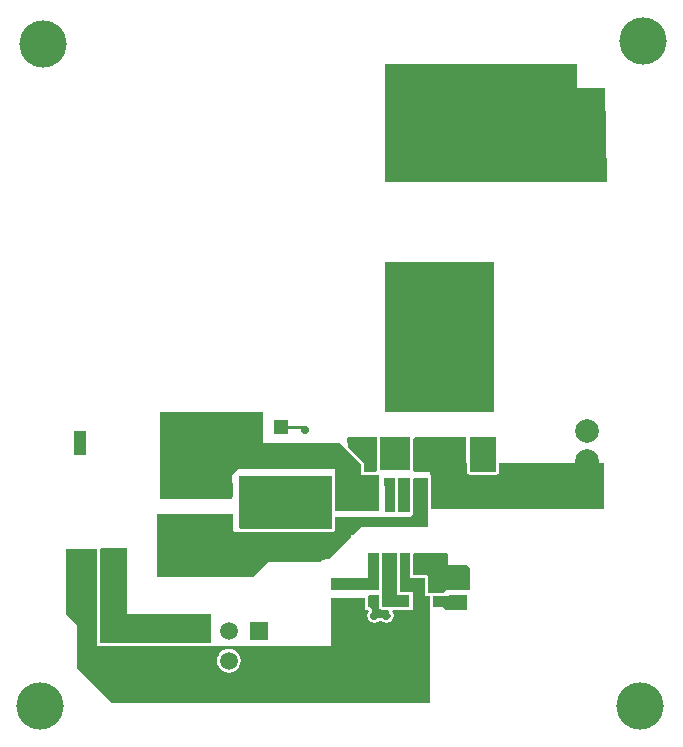
<source format=gtl>
G04*
G04 #@! TF.GenerationSoftware,Altium Limited,Altium Designer,18.0.7 (293)*
G04*
G04 Layer_Physical_Order=1*
G04 Layer_Color=255*
%FSLAX25Y25*%
%MOIN*%
G70*
G01*
G75*
%ADD12C,0.01000*%
%ADD18R,0.07087X0.05118*%
%ADD19R,0.03000X0.03000*%
%ADD20R,0.03543X0.02362*%
%ADD21R,0.02362X0.03543*%
%ADD22R,0.05118X0.07087*%
%ADD23R,0.03937X0.08268*%
%ADD24R,0.04500X0.05000*%
%ADD25R,0.07874X0.05906*%
%ADD26R,0.02362X0.06102*%
%ADD27R,0.03307X0.03898*%
%ADD31R,0.03000X0.03000*%
%ADD32R,0.05000X0.04500*%
%ADD33R,0.31496X0.33465*%
%ADD55R,0.16693X0.03307*%
%ADD56R,0.22874X0.03307*%
%ADD57C,0.07874*%
%ADD58C,0.05906*%
%ADD59R,0.05906X0.05906*%
%ADD60C,0.15748*%
%ADD61C,0.03500*%
%ADD62C,0.02756*%
G36*
X449500Y421500D02*
X459000D01*
X459494Y390356D01*
X459144Y390000D01*
X385500Y390000D01*
X385500Y429500D01*
X449500Y429500D01*
Y421500D01*
D02*
G37*
G36*
X422000Y363500D02*
X422000Y313500D01*
X385500Y313500D01*
X385500Y363500D01*
X422000Y363500D01*
D02*
G37*
G36*
X394000Y294000D02*
X384000Y294000D01*
X384000Y305000D01*
X394000Y305000D01*
X394000Y294000D01*
D02*
G37*
G36*
X382980Y305000D02*
X382980Y294020D01*
X382978Y293998D01*
X382566Y293520D01*
X378520D01*
Y296000D01*
X378442Y296390D01*
X378221Y296721D01*
X373108Y301834D01*
X373012Y304641D01*
X373360Y305000D01*
X382980D01*
X382980Y305000D01*
D02*
G37*
G36*
X422500Y305000D02*
X422500Y293500D01*
X413750Y293500D01*
X413750Y305000D01*
X422500Y305000D01*
D02*
G37*
G36*
X412500Y305000D02*
X412500Y296500D01*
X412730D01*
Y293500D01*
X412808Y293110D01*
X413029Y292779D01*
X413360Y292558D01*
X413750Y292480D01*
X422500Y292480D01*
X422890Y292558D01*
X423221Y292779D01*
X423442Y293110D01*
X423520Y293500D01*
Y296500D01*
X458500D01*
Y281000D01*
X401020Y281000D01*
Y282000D01*
X401020Y291510D01*
X400969Y291763D01*
X400942Y291900D01*
X400877Y292008D01*
X400772Y292181D01*
X400772D01*
X400500Y292576D01*
Y293500D01*
X395424Y293500D01*
D01*
X395287D01*
X395020Y294000D01*
X395020D01*
Y294000D01*
D01*
Y297000D01*
D01*
X395020Y304500D01*
X395520Y305000D01*
X412500Y305000D01*
D02*
G37*
G36*
X345000Y303000D02*
X370500D01*
X377500Y296000D01*
Y292500D01*
X383500D01*
Y287500D01*
Y280500D01*
X376500D01*
D01*
X369020Y280500D01*
Y292000D01*
X369000Y292098D01*
Y294500D01*
X337000D01*
X334500Y292500D01*
Y284500D01*
X310500Y284500D01*
X310500Y309500D01*
Y313500D01*
X345000D01*
Y303000D01*
D02*
G37*
G36*
X394000Y280000D02*
X390020D01*
Y291500D01*
X394000D01*
Y280000D01*
D02*
G37*
G36*
X389000D02*
X385500D01*
Y291500D01*
X389000D01*
Y280000D01*
D02*
G37*
G36*
X368000Y274500D02*
X337500D01*
X337000Y275000D01*
Y292000D01*
X368000D01*
Y274500D01*
D02*
G37*
G36*
X400000Y291510D02*
X400000Y282000D01*
D01*
Y275000D01*
X377500D01*
X374791Y272291D01*
X374319D01*
Y271819D01*
X366980Y264480D01*
X366226Y264406D01*
X365001Y264034D01*
X364001Y263500D01*
X346500Y263500D01*
X341500Y258500D01*
X309500D01*
X309500Y279500D01*
X335000Y279500D01*
Y274000D01*
X335500Y273500D01*
X337402D01*
X337500Y273480D01*
X368000D01*
X368098Y273500D01*
X368500D01*
Y273631D01*
X368721Y273779D01*
X368942Y274110D01*
X369020Y274500D01*
Y278500D01*
X394000Y278500D01*
X395000Y279500D01*
Y279902D01*
X395020Y280000D01*
Y280010D01*
Y291010D01*
X395515Y291510D01*
X400000Y291510D01*
D02*
G37*
G36*
X383500Y254000D02*
X367500D01*
Y258000D01*
X380000D01*
Y266500D01*
X383500D01*
X383500Y254000D01*
D02*
G37*
G36*
X406500Y266000D02*
Y262500D01*
X413000D01*
X414000Y261500D01*
Y254000D01*
X406000D01*
X405000Y253000D01*
X400598D01*
X400500Y253020D01*
X400020D01*
X400020Y258000D01*
X399942Y258390D01*
X399721Y258721D01*
X399390Y258942D01*
X399000Y259020D01*
X395020Y259020D01*
X395020Y266000D01*
X395520Y266500D01*
X406000D01*
X406500Y266000D01*
D02*
G37*
G36*
X389480Y253500D02*
X389500Y253401D01*
Y252500D01*
X390402D01*
X390500Y252480D01*
X393500D01*
X393500Y248520D01*
X388119D01*
X388020Y248500D01*
X384500D01*
Y252500D01*
X384500D01*
Y253500D01*
X384500D01*
Y253902D01*
X384520Y254000D01*
X384520Y266500D01*
X384520Y266500D01*
X389480D01*
Y253500D01*
D02*
G37*
G36*
X413000Y247500D02*
X406000D01*
X405000Y248500D01*
X401520D01*
Y251980D01*
X405000D01*
X405098Y252000D01*
X406500D01*
X407000Y252500D01*
X413000D01*
Y247500D01*
D02*
G37*
G36*
X383480Y252500D02*
Y248500D01*
X383558Y248110D01*
X383779Y247779D01*
X384110Y247558D01*
X384500Y247480D01*
X386433D01*
X386647Y247338D01*
X386842Y247090D01*
X386858Y246946D01*
Y246801D01*
X386879Y246750D01*
X386885Y246694D01*
X386954Y246567D01*
X387010Y246434D01*
X387280Y246030D01*
X387385Y245500D01*
X387280Y244970D01*
X386979Y244521D01*
X386530Y244220D01*
X386000Y244115D01*
X385470Y244220D01*
X384873Y244619D01*
X384816Y244643D01*
X384767Y244681D01*
X384634Y244748D01*
X384596Y244759D01*
X384564Y244781D01*
X384406Y244812D01*
X384251Y244855D01*
X384212Y244851D01*
X384174Y244858D01*
X383826D01*
X383788Y244851D01*
X383749Y244855D01*
X383594Y244812D01*
X383436Y244781D01*
X383404Y244759D01*
X383366Y244749D01*
X383233Y244681D01*
X383184Y244643D01*
X383127Y244619D01*
X382530Y244220D01*
X382000Y244115D01*
X381470Y244220D01*
X381021Y244521D01*
X380720Y244970D01*
X380615Y245500D01*
X380720Y246030D01*
X380990Y246434D01*
X381045Y246567D01*
X381115Y246694D01*
X381121Y246750D01*
X381142Y246801D01*
Y246946D01*
X381158Y247090D01*
X381142Y247143D01*
Y247199D01*
X381087Y247333D01*
X381046Y247471D01*
X380785Y247972D01*
X380689Y248092D01*
X380603Y248221D01*
X380565Y248246D01*
X380536Y248282D01*
X380400Y248356D01*
X380272Y248442D01*
X380227Y248451D01*
X380187Y248473D01*
X380033Y248489D01*
X380020Y248492D01*
X380019Y251500D01*
X379942Y251890D01*
X379869Y252000D01*
X380135Y252500D01*
X383480D01*
X383480Y252500D01*
D02*
G37*
G36*
X299500Y246000D02*
X327500D01*
X327500Y236500D01*
X290500Y236500D01*
Y240742D01*
X290520Y240841D01*
Y246000D01*
D01*
X290520Y267841D01*
X290998Y268000D01*
X299500Y268000D01*
Y246000D01*
D02*
G37*
G36*
X289500Y240841D02*
D01*
X289480Y240742D01*
Y236500D01*
X289500Y236402D01*
Y235500D01*
X290402D01*
X290500Y235480D01*
X327500Y235480D01*
X327599Y235500D01*
X367500Y235500D01*
X367500Y243442D01*
X367500Y251500D01*
X379000Y251500D01*
X379000Y247500D01*
X379882D01*
X380142Y247000D01*
X379760Y246428D01*
X379598Y245614D01*
X379575Y245500D01*
D01*
X379760Y244572D01*
X380286Y243786D01*
X381072Y243260D01*
X382000Y243075D01*
X382928Y243260D01*
X383096Y243373D01*
X383694Y243772D01*
X383731Y243791D01*
X383761Y243806D01*
D01*
X383826Y243839D01*
X384174D01*
X384306Y243772D01*
X385072Y243260D01*
X386000Y243075D01*
X386928Y243260D01*
X387096Y243373D01*
X387714Y243786D01*
X388240Y244572D01*
X388424Y245500D01*
D01*
X388402Y245614D01*
D01*
X388240Y246428D01*
X387858Y247000D01*
X388119Y247500D01*
X395000D01*
Y251500D01*
Y253500D01*
X390500D01*
Y266500D01*
X394000Y266500D01*
X394000Y258000D01*
X399000Y258000D01*
X399000Y252000D01*
X400500D01*
Y248333D01*
X400500Y246000D01*
X400500D01*
X400500Y216500D01*
X340000Y216500D01*
X294500D01*
X283000Y228000D01*
Y242000D01*
X279039Y245961D01*
Y267841D01*
X289500D01*
X289500Y240841D01*
D02*
G37*
%LPC*%
G36*
X333500Y234487D02*
X332468Y234351D01*
X331507Y233953D01*
X330681Y233319D01*
X330047Y232493D01*
X329649Y231532D01*
X329513Y230500D01*
X329649Y229468D01*
X330047Y228507D01*
X330681Y227681D01*
X331507Y227047D01*
X332468Y226649D01*
X333500Y226513D01*
X334532Y226649D01*
X335493Y227047D01*
X336319Y227681D01*
X336953Y228507D01*
X337351Y229468D01*
X337487Y230500D01*
X337351Y231532D01*
X336953Y232493D01*
X336319Y233319D01*
X335493Y233953D01*
X334532Y234351D01*
X333500Y234487D01*
D02*
G37*
%LPD*%
D12*
X358000Y308500D02*
X359000Y307500D01*
X351500Y308500D02*
X358000D01*
D18*
X331500Y276488D02*
D03*
Y287512D02*
D03*
X351500Y266988D02*
D03*
Y278012D02*
D03*
Y288488D02*
D03*
Y299512D02*
D03*
D19*
X392000Y290000D02*
D03*
Y296000D02*
D03*
X341500Y278000D02*
D03*
Y272000D02*
D03*
X386500Y290000D02*
D03*
Y296000D02*
D03*
X382000Y250000D02*
D03*
Y256000D02*
D03*
D20*
X398000Y290000D02*
D03*
Y295905D02*
D03*
X375000Y276000D02*
D03*
Y281906D02*
D03*
X369500Y255500D02*
D03*
Y249594D02*
D03*
X376000Y255405D02*
D03*
Y249500D02*
D03*
X380500Y295905D02*
D03*
Y290000D02*
D03*
D21*
X286595Y244000D02*
D03*
X292500D02*
D03*
X402906Y256000D02*
D03*
X397000D02*
D03*
X387094D02*
D03*
X393000D02*
D03*
D22*
X283488Y251500D02*
D03*
X294512D02*
D03*
D23*
X314000Y263000D02*
D03*
X294000D02*
D03*
X284000D02*
D03*
Y303000D02*
D03*
X314000D02*
D03*
D24*
X351000Y308500D02*
D03*
X342000D02*
D03*
D25*
X341500Y299201D02*
D03*
Y286799D02*
D03*
D26*
X397000Y262740D02*
D03*
X392000D02*
D03*
X387000D02*
D03*
X382000D02*
D03*
Y284000D02*
D03*
X387000D02*
D03*
X392000D02*
D03*
X397000D02*
D03*
D27*
X415469Y302228D02*
D03*
X391531D02*
D03*
D31*
X403000Y250000D02*
D03*
X397000D02*
D03*
D32*
X410000D02*
D03*
Y259000D02*
D03*
D33*
X403500Y345500D02*
D03*
Y412429D02*
D03*
D55*
Y301913D02*
D03*
D56*
Y316087D02*
D03*
D57*
X453000Y297000D02*
D03*
Y307000D02*
D03*
D58*
X323500Y230500D02*
D03*
X333500D02*
D03*
X343500D02*
D03*
X323500Y240500D02*
D03*
X333500D02*
D03*
D59*
X343500D02*
D03*
D60*
X270500Y215500D02*
D03*
X470500D02*
D03*
X471500Y437000D02*
D03*
X271500Y436000D02*
D03*
D61*
X410500Y294000D02*
D03*
X406000D02*
D03*
X402000D02*
D03*
X420000Y299000D02*
D03*
X387500Y303000D02*
D03*
X401500Y298000D02*
D03*
X405500D02*
D03*
X409500D02*
D03*
X415000Y321000D02*
D03*
X391500D02*
D03*
X403000D02*
D03*
D62*
X387500Y300000D02*
D03*
X403000Y260500D02*
D03*
X382000Y245500D02*
D03*
X386000D02*
D03*
X391500Y250500D02*
D03*
X387500D02*
D03*
X403000Y264500D02*
D03*
X437000Y291000D02*
D03*
X433000D02*
D03*
X429000D02*
D03*
X438500Y399500D02*
D03*
Y395500D02*
D03*
X442500Y399500D02*
D03*
Y395500D02*
D03*
X446500Y399500D02*
D03*
Y395500D02*
D03*
X438500Y416500D02*
D03*
Y412500D02*
D03*
X442500Y416500D02*
D03*
Y412500D02*
D03*
X446500Y416500D02*
D03*
Y412500D02*
D03*
Y404500D02*
D03*
Y408500D02*
D03*
X442500Y404500D02*
D03*
Y408500D02*
D03*
X438500Y404500D02*
D03*
Y408500D02*
D03*
X378000Y299500D02*
D03*
X381500D02*
D03*
X378000Y303000D02*
D03*
X381500D02*
D03*
X359000Y307500D02*
D03*
X314500Y272500D02*
D03*
X314000Y290000D02*
D03*
X359500Y278500D02*
D03*
X363500D02*
D03*
X359500Y282500D02*
D03*
X363500D02*
D03*
X359500Y286500D02*
D03*
X363500D02*
D03*
X420000Y303000D02*
D03*
M02*

</source>
